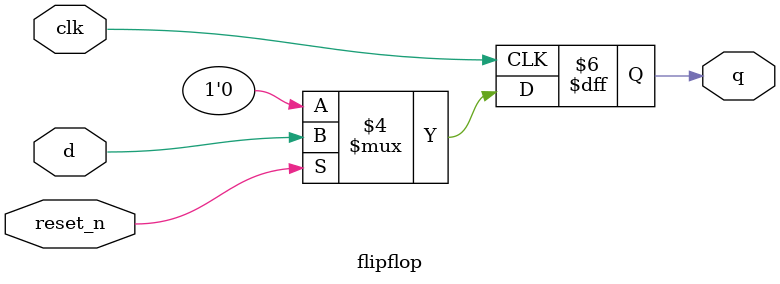
<source format=v>
`timescale 1ns / 1ps


module flipflop(
    input wire clk,
    input wire reset_n,
    input wire d,
    output reg q
    );
    
    always @(posedge clk) begin
        if (!reset_n)
            q <= 1'b0;
        else
            q <= d;
            
    end
endmodule

</source>
